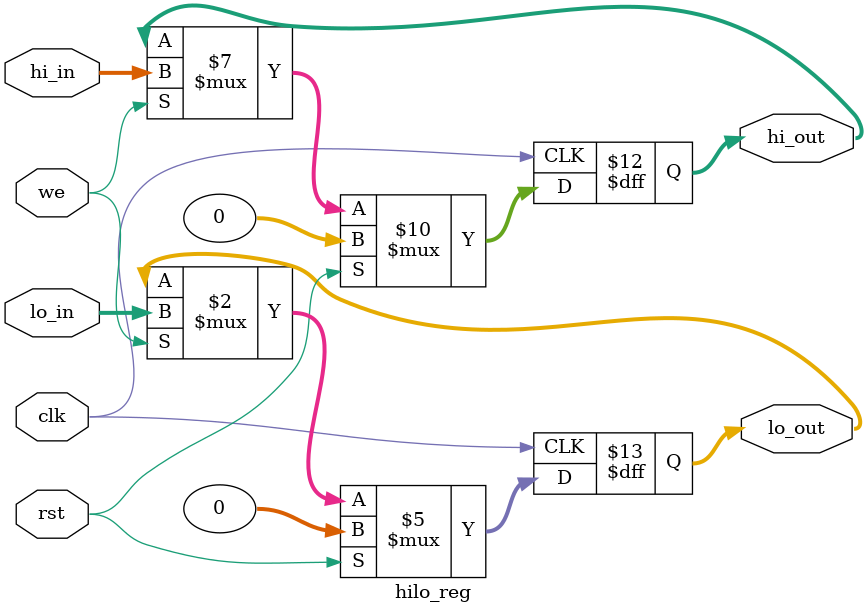
<source format=v>
`timescale 1ns / 1ps


module hilo_reg(
        input wire clk,rst,we,
        input wire[31:0] hi_in,lo_in,
        output reg[31:0] hi_out,lo_out
    );

    always @(posedge clk) begin
        if(rst) begin
            hi_out <= 0;
            lo_out <= 0;
        end 
        else if (we) begin
            hi_out <= hi_in;
            lo_out <= lo_in;
        end
    end
endmodule



</source>
